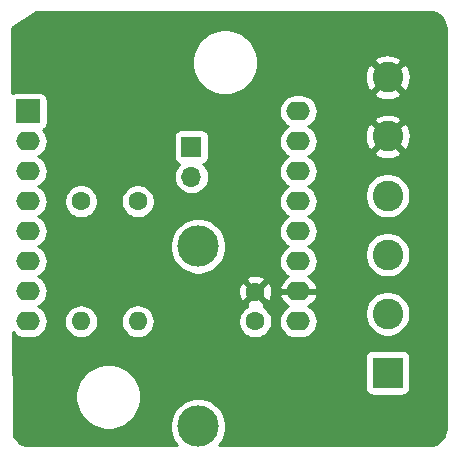
<source format=gbr>
G04 #@! TF.GenerationSoftware,KiCad,Pcbnew,(5.1.2)-2*
G04 #@! TF.CreationDate,2020-12-01T22:27:08-06:00*
G04 #@! TF.ProjectId,TempMonitor10PCB,54656d70-4d6f-46e6-9974-6f7231305043,rev?*
G04 #@! TF.SameCoordinates,Original*
G04 #@! TF.FileFunction,Copper,L2,Bot*
G04 #@! TF.FilePolarity,Positive*
%FSLAX46Y46*%
G04 Gerber Fmt 4.6, Leading zero omitted, Abs format (unit mm)*
G04 Created by KiCad (PCBNEW (5.1.2)-2) date 2020-12-01 22:27:08*
%MOMM*%
%LPD*%
G04 APERTURE LIST*
%ADD10O,1.600000X1.600000*%
%ADD11C,1.600000*%
%ADD12C,2.600000*%
%ADD13R,2.600000X2.600000*%
%ADD14C,3.500000*%
%ADD15O,1.700000X1.700000*%
%ADD16R,1.700000X1.700000*%
%ADD17O,2.000000X1.600000*%
%ADD18R,2.000000X2.000000*%
%ADD19C,0.254000*%
G04 APERTURE END LIST*
D10*
X61264800Y-76860400D03*
D11*
X61264800Y-66700400D03*
D12*
X82423000Y-56203800D03*
X82423000Y-61203800D03*
X82423000Y-66203800D03*
X82423000Y-71203800D03*
X82423000Y-76203800D03*
D13*
X82423000Y-81203800D03*
D14*
X66395600Y-70510400D03*
X66395600Y-85750400D03*
D15*
X65811400Y-64617600D03*
D16*
X65811400Y-62077600D03*
D10*
X56464200Y-76860400D03*
D11*
X56464200Y-66700400D03*
D17*
X74853800Y-59080400D03*
X74853800Y-61620400D03*
X74853800Y-64160400D03*
X74853800Y-66700400D03*
X74853800Y-69240400D03*
X74853800Y-71780400D03*
X74853800Y-74320400D03*
X74853800Y-76860400D03*
X51993800Y-76860400D03*
X51993800Y-74320400D03*
X51993800Y-71780400D03*
X51993800Y-69240400D03*
X51993800Y-66700400D03*
X51993800Y-64160400D03*
D18*
X51993800Y-59080400D03*
D17*
X51993800Y-61620400D03*
D11*
X71221600Y-74360400D03*
X71221600Y-76860400D03*
D19*
G36*
X86259659Y-50688625D02*
G01*
X86509429Y-50764035D01*
X86739792Y-50886522D01*
X86941980Y-51051422D01*
X87108286Y-51252450D01*
X87232378Y-51481954D01*
X87309531Y-51731195D01*
X87340000Y-52021089D01*
X87340001Y-85967711D01*
X87311375Y-86259660D01*
X87235965Y-86509429D01*
X87171977Y-86629773D01*
X86612885Y-87181099D01*
X86518046Y-87232378D01*
X86268805Y-87309531D01*
X85978911Y-87340000D01*
X68178899Y-87340000D01*
X68248150Y-87270749D01*
X68509160Y-86880121D01*
X68688946Y-86446079D01*
X68780600Y-85985302D01*
X68780600Y-85515498D01*
X68688946Y-85054721D01*
X68509160Y-84620679D01*
X68248150Y-84230051D01*
X67915949Y-83897850D01*
X67525321Y-83636840D01*
X67091279Y-83457054D01*
X66630502Y-83365400D01*
X66160698Y-83365400D01*
X65699921Y-83457054D01*
X65265879Y-83636840D01*
X64875251Y-83897850D01*
X64543050Y-84230051D01*
X64282040Y-84620679D01*
X64102254Y-85054721D01*
X64010600Y-85515498D01*
X64010600Y-85985302D01*
X64102254Y-86446079D01*
X64282040Y-86880121D01*
X64543050Y-87270749D01*
X64612301Y-87340000D01*
X52032279Y-87340000D01*
X51740340Y-87311375D01*
X51490571Y-87235965D01*
X51260206Y-87113477D01*
X51188312Y-87054842D01*
X50799478Y-86568799D01*
X50757133Y-82961501D01*
X55990600Y-82961501D01*
X55990600Y-83510099D01*
X56097626Y-84048154D01*
X56307565Y-84554992D01*
X56612350Y-85011134D01*
X57000266Y-85399050D01*
X57456408Y-85703835D01*
X57963246Y-85913774D01*
X58501301Y-86020800D01*
X59049899Y-86020800D01*
X59587954Y-85913774D01*
X60094792Y-85703835D01*
X60550934Y-85399050D01*
X60938850Y-85011134D01*
X61243635Y-84554992D01*
X61453574Y-84048154D01*
X61560600Y-83510099D01*
X61560600Y-82961501D01*
X61453574Y-82423446D01*
X61243635Y-81916608D01*
X60938850Y-81460466D01*
X60550934Y-81072550D01*
X60094792Y-80767765D01*
X59587954Y-80557826D01*
X59049899Y-80450800D01*
X58501301Y-80450800D01*
X57963246Y-80557826D01*
X57456408Y-80767765D01*
X57000266Y-81072550D01*
X56612350Y-81460466D01*
X56307565Y-81916608D01*
X56097626Y-82423446D01*
X55990600Y-82961501D01*
X50757133Y-82961501D01*
X50721240Y-79903800D01*
X80484928Y-79903800D01*
X80484928Y-82503800D01*
X80497188Y-82628282D01*
X80533498Y-82747980D01*
X80592463Y-82858294D01*
X80671815Y-82954985D01*
X80768506Y-83034337D01*
X80878820Y-83093302D01*
X80998518Y-83129612D01*
X81123000Y-83141872D01*
X83723000Y-83141872D01*
X83847482Y-83129612D01*
X83967180Y-83093302D01*
X84077494Y-83034337D01*
X84174185Y-82954985D01*
X84253537Y-82858294D01*
X84312502Y-82747980D01*
X84348812Y-82628282D01*
X84361072Y-82503800D01*
X84361072Y-79903800D01*
X84348812Y-79779318D01*
X84312502Y-79659620D01*
X84253537Y-79549306D01*
X84174185Y-79452615D01*
X84077494Y-79373263D01*
X83967180Y-79314298D01*
X83847482Y-79277988D01*
X83723000Y-79265728D01*
X81123000Y-79265728D01*
X80998518Y-79277988D01*
X80878820Y-79314298D01*
X80768506Y-79373263D01*
X80671815Y-79452615D01*
X80592463Y-79549306D01*
X80533498Y-79659620D01*
X80497188Y-79779318D01*
X80484928Y-79903800D01*
X50721240Y-79903800D01*
X50696369Y-77785180D01*
X50774192Y-77880008D01*
X50992699Y-78059332D01*
X51241992Y-78192582D01*
X51512491Y-78274636D01*
X51723308Y-78295400D01*
X52264292Y-78295400D01*
X52475109Y-78274636D01*
X52745608Y-78192582D01*
X52994901Y-78059332D01*
X53213408Y-77880008D01*
X53392732Y-77661501D01*
X53525982Y-77412208D01*
X53608036Y-77141709D01*
X53635743Y-76860400D01*
X55022257Y-76860400D01*
X55049964Y-77141709D01*
X55132018Y-77412208D01*
X55265268Y-77661501D01*
X55444592Y-77880008D01*
X55663099Y-78059332D01*
X55912392Y-78192582D01*
X56182891Y-78274636D01*
X56393708Y-78295400D01*
X56534692Y-78295400D01*
X56745509Y-78274636D01*
X57016008Y-78192582D01*
X57265301Y-78059332D01*
X57483808Y-77880008D01*
X57663132Y-77661501D01*
X57796382Y-77412208D01*
X57878436Y-77141709D01*
X57906143Y-76860400D01*
X59822857Y-76860400D01*
X59850564Y-77141709D01*
X59932618Y-77412208D01*
X60065868Y-77661501D01*
X60245192Y-77880008D01*
X60463699Y-78059332D01*
X60712992Y-78192582D01*
X60983491Y-78274636D01*
X61194308Y-78295400D01*
X61335292Y-78295400D01*
X61546109Y-78274636D01*
X61816608Y-78192582D01*
X62065901Y-78059332D01*
X62284408Y-77880008D01*
X62463732Y-77661501D01*
X62596982Y-77412208D01*
X62679036Y-77141709D01*
X62706743Y-76860400D01*
X62692823Y-76719065D01*
X69786600Y-76719065D01*
X69786600Y-77001735D01*
X69841747Y-77278974D01*
X69949920Y-77540127D01*
X70106963Y-77775159D01*
X70306841Y-77975037D01*
X70541873Y-78132080D01*
X70803026Y-78240253D01*
X71080265Y-78295400D01*
X71362935Y-78295400D01*
X71640174Y-78240253D01*
X71901327Y-78132080D01*
X72136359Y-77975037D01*
X72336237Y-77775159D01*
X72493280Y-77540127D01*
X72601453Y-77278974D01*
X72656600Y-77001735D01*
X72656600Y-76860400D01*
X73211857Y-76860400D01*
X73239564Y-77141709D01*
X73321618Y-77412208D01*
X73454868Y-77661501D01*
X73634192Y-77880008D01*
X73852699Y-78059332D01*
X74101992Y-78192582D01*
X74372491Y-78274636D01*
X74583308Y-78295400D01*
X75124292Y-78295400D01*
X75335109Y-78274636D01*
X75605608Y-78192582D01*
X75854901Y-78059332D01*
X76073408Y-77880008D01*
X76252732Y-77661501D01*
X76385982Y-77412208D01*
X76468036Y-77141709D01*
X76495743Y-76860400D01*
X76468036Y-76579091D01*
X76385982Y-76308592D01*
X76252732Y-76059299D01*
X76214916Y-76013219D01*
X80488000Y-76013219D01*
X80488000Y-76394381D01*
X80562361Y-76768219D01*
X80708225Y-77120366D01*
X80919987Y-77437291D01*
X81189509Y-77706813D01*
X81506434Y-77918575D01*
X81858581Y-78064439D01*
X82232419Y-78138800D01*
X82613581Y-78138800D01*
X82987419Y-78064439D01*
X83339566Y-77918575D01*
X83656491Y-77706813D01*
X83926013Y-77437291D01*
X84137775Y-77120366D01*
X84283639Y-76768219D01*
X84358000Y-76394381D01*
X84358000Y-76013219D01*
X84283639Y-75639381D01*
X84137775Y-75287234D01*
X83926013Y-74970309D01*
X83656491Y-74700787D01*
X83339566Y-74489025D01*
X82987419Y-74343161D01*
X82613581Y-74268800D01*
X82232419Y-74268800D01*
X81858581Y-74343161D01*
X81506434Y-74489025D01*
X81189509Y-74700787D01*
X80919987Y-74970309D01*
X80708225Y-75287234D01*
X80562361Y-75639381D01*
X80488000Y-76013219D01*
X76214916Y-76013219D01*
X76073408Y-75840792D01*
X75854901Y-75661468D01*
X75725455Y-75592278D01*
X75743027Y-75584830D01*
X75976462Y-75426073D01*
X76174439Y-75224825D01*
X76329351Y-74988821D01*
X76435244Y-74727130D01*
X76445704Y-74669439D01*
X76323715Y-74447400D01*
X74980800Y-74447400D01*
X74980800Y-74467400D01*
X74726800Y-74467400D01*
X74726800Y-74447400D01*
X73383885Y-74447400D01*
X73261896Y-74669439D01*
X73272356Y-74727130D01*
X73378249Y-74988821D01*
X73533161Y-75224825D01*
X73731138Y-75426073D01*
X73964573Y-75584830D01*
X73982145Y-75592278D01*
X73852699Y-75661468D01*
X73634192Y-75840792D01*
X73454868Y-76059299D01*
X73321618Y-76308592D01*
X73239564Y-76579091D01*
X73211857Y-76860400D01*
X72656600Y-76860400D01*
X72656600Y-76719065D01*
X72601453Y-76441826D01*
X72493280Y-76180673D01*
X72336237Y-75945641D01*
X72136359Y-75745763D01*
X71935731Y-75611708D01*
X71963114Y-75597071D01*
X72034697Y-75353102D01*
X71221600Y-74540005D01*
X70408503Y-75353102D01*
X70480086Y-75597071D01*
X70508941Y-75610724D01*
X70306841Y-75745763D01*
X70106963Y-75945641D01*
X69949920Y-76180673D01*
X69841747Y-76441826D01*
X69786600Y-76719065D01*
X62692823Y-76719065D01*
X62679036Y-76579091D01*
X62596982Y-76308592D01*
X62463732Y-76059299D01*
X62284408Y-75840792D01*
X62065901Y-75661468D01*
X61816608Y-75528218D01*
X61546109Y-75446164D01*
X61335292Y-75425400D01*
X61194308Y-75425400D01*
X60983491Y-75446164D01*
X60712992Y-75528218D01*
X60463699Y-75661468D01*
X60245192Y-75840792D01*
X60065868Y-76059299D01*
X59932618Y-76308592D01*
X59850564Y-76579091D01*
X59822857Y-76860400D01*
X57906143Y-76860400D01*
X57878436Y-76579091D01*
X57796382Y-76308592D01*
X57663132Y-76059299D01*
X57483808Y-75840792D01*
X57265301Y-75661468D01*
X57016008Y-75528218D01*
X56745509Y-75446164D01*
X56534692Y-75425400D01*
X56393708Y-75425400D01*
X56182891Y-75446164D01*
X55912392Y-75528218D01*
X55663099Y-75661468D01*
X55444592Y-75840792D01*
X55265268Y-76059299D01*
X55132018Y-76308592D01*
X55049964Y-76579091D01*
X55022257Y-76860400D01*
X53635743Y-76860400D01*
X53608036Y-76579091D01*
X53525982Y-76308592D01*
X53392732Y-76059299D01*
X53213408Y-75840792D01*
X52994901Y-75661468D01*
X52861942Y-75590400D01*
X52994901Y-75519332D01*
X53213408Y-75340008D01*
X53392732Y-75121501D01*
X53525982Y-74872208D01*
X53608036Y-74601709D01*
X53624858Y-74430912D01*
X69781383Y-74430912D01*
X69822813Y-74710530D01*
X69917997Y-74976692D01*
X69984929Y-75101914D01*
X70228898Y-75173497D01*
X71041995Y-74360400D01*
X71401205Y-74360400D01*
X72214302Y-75173497D01*
X72458271Y-75101914D01*
X72579171Y-74846404D01*
X72647900Y-74572216D01*
X72661817Y-74289888D01*
X72620387Y-74010270D01*
X72525203Y-73744108D01*
X72458271Y-73618886D01*
X72214302Y-73547303D01*
X71401205Y-74360400D01*
X71041995Y-74360400D01*
X70228898Y-73547303D01*
X69984929Y-73618886D01*
X69864029Y-73874396D01*
X69795300Y-74148584D01*
X69781383Y-74430912D01*
X53624858Y-74430912D01*
X53635743Y-74320400D01*
X53608036Y-74039091D01*
X53525982Y-73768592D01*
X53392732Y-73519299D01*
X53268317Y-73367698D01*
X70408503Y-73367698D01*
X71221600Y-74180795D01*
X72034697Y-73367698D01*
X71963114Y-73123729D01*
X71707604Y-73002829D01*
X71433416Y-72934100D01*
X71151088Y-72920183D01*
X70871470Y-72961613D01*
X70605308Y-73056797D01*
X70480086Y-73123729D01*
X70408503Y-73367698D01*
X53268317Y-73367698D01*
X53213408Y-73300792D01*
X52994901Y-73121468D01*
X52861942Y-73050400D01*
X52994901Y-72979332D01*
X53213408Y-72800008D01*
X53392732Y-72581501D01*
X53525982Y-72332208D01*
X53608036Y-72061709D01*
X53635743Y-71780400D01*
X53608036Y-71499091D01*
X53525982Y-71228592D01*
X53392732Y-70979299D01*
X53213408Y-70760792D01*
X52994901Y-70581468D01*
X52861942Y-70510400D01*
X52994901Y-70439332D01*
X53194533Y-70275498D01*
X64010600Y-70275498D01*
X64010600Y-70745302D01*
X64102254Y-71206079D01*
X64282040Y-71640121D01*
X64543050Y-72030749D01*
X64875251Y-72362950D01*
X65265879Y-72623960D01*
X65699921Y-72803746D01*
X66160698Y-72895400D01*
X66630502Y-72895400D01*
X67091279Y-72803746D01*
X67525321Y-72623960D01*
X67915949Y-72362950D01*
X68248150Y-72030749D01*
X68509160Y-71640121D01*
X68688946Y-71206079D01*
X68780600Y-70745302D01*
X68780600Y-70275498D01*
X68688946Y-69814721D01*
X68509160Y-69380679D01*
X68248150Y-68990051D01*
X67915949Y-68657850D01*
X67525321Y-68396840D01*
X67091279Y-68217054D01*
X66630502Y-68125400D01*
X66160698Y-68125400D01*
X65699921Y-68217054D01*
X65265879Y-68396840D01*
X64875251Y-68657850D01*
X64543050Y-68990051D01*
X64282040Y-69380679D01*
X64102254Y-69814721D01*
X64010600Y-70275498D01*
X53194533Y-70275498D01*
X53213408Y-70260008D01*
X53392732Y-70041501D01*
X53525982Y-69792208D01*
X53608036Y-69521709D01*
X53635743Y-69240400D01*
X53608036Y-68959091D01*
X53525982Y-68688592D01*
X53392732Y-68439299D01*
X53213408Y-68220792D01*
X52994901Y-68041468D01*
X52861942Y-67970400D01*
X52994901Y-67899332D01*
X53213408Y-67720008D01*
X53392732Y-67501501D01*
X53525982Y-67252208D01*
X53608036Y-66981709D01*
X53635743Y-66700400D01*
X53621823Y-66559065D01*
X55029200Y-66559065D01*
X55029200Y-66841735D01*
X55084347Y-67118974D01*
X55192520Y-67380127D01*
X55349563Y-67615159D01*
X55549441Y-67815037D01*
X55784473Y-67972080D01*
X56045626Y-68080253D01*
X56322865Y-68135400D01*
X56605535Y-68135400D01*
X56882774Y-68080253D01*
X57143927Y-67972080D01*
X57378959Y-67815037D01*
X57578837Y-67615159D01*
X57735880Y-67380127D01*
X57844053Y-67118974D01*
X57899200Y-66841735D01*
X57899200Y-66559065D01*
X59829800Y-66559065D01*
X59829800Y-66841735D01*
X59884947Y-67118974D01*
X59993120Y-67380127D01*
X60150163Y-67615159D01*
X60350041Y-67815037D01*
X60585073Y-67972080D01*
X60846226Y-68080253D01*
X61123465Y-68135400D01*
X61406135Y-68135400D01*
X61683374Y-68080253D01*
X61944527Y-67972080D01*
X62179559Y-67815037D01*
X62379437Y-67615159D01*
X62536480Y-67380127D01*
X62644653Y-67118974D01*
X62699800Y-66841735D01*
X62699800Y-66559065D01*
X62644653Y-66281826D01*
X62536480Y-66020673D01*
X62379437Y-65785641D01*
X62179559Y-65585763D01*
X61944527Y-65428720D01*
X61683374Y-65320547D01*
X61406135Y-65265400D01*
X61123465Y-65265400D01*
X60846226Y-65320547D01*
X60585073Y-65428720D01*
X60350041Y-65585763D01*
X60150163Y-65785641D01*
X59993120Y-66020673D01*
X59884947Y-66281826D01*
X59829800Y-66559065D01*
X57899200Y-66559065D01*
X57844053Y-66281826D01*
X57735880Y-66020673D01*
X57578837Y-65785641D01*
X57378959Y-65585763D01*
X57143927Y-65428720D01*
X56882774Y-65320547D01*
X56605535Y-65265400D01*
X56322865Y-65265400D01*
X56045626Y-65320547D01*
X55784473Y-65428720D01*
X55549441Y-65585763D01*
X55349563Y-65785641D01*
X55192520Y-66020673D01*
X55084347Y-66281826D01*
X55029200Y-66559065D01*
X53621823Y-66559065D01*
X53608036Y-66419091D01*
X53525982Y-66148592D01*
X53392732Y-65899299D01*
X53213408Y-65680792D01*
X52994901Y-65501468D01*
X52861942Y-65430400D01*
X52994901Y-65359332D01*
X53213408Y-65180008D01*
X53392732Y-64961501D01*
X53525982Y-64712208D01*
X53554680Y-64617600D01*
X64319215Y-64617600D01*
X64347887Y-64908711D01*
X64432801Y-65188634D01*
X64570694Y-65446614D01*
X64756266Y-65672734D01*
X64982386Y-65858306D01*
X65240366Y-65996199D01*
X65520289Y-66081113D01*
X65738450Y-66102600D01*
X65884350Y-66102600D01*
X66102511Y-66081113D01*
X66382434Y-65996199D01*
X66640414Y-65858306D01*
X66866534Y-65672734D01*
X67052106Y-65446614D01*
X67189999Y-65188634D01*
X67274913Y-64908711D01*
X67303585Y-64617600D01*
X67274913Y-64326489D01*
X67189999Y-64046566D01*
X67052106Y-63788586D01*
X66866534Y-63562466D01*
X66836713Y-63537993D01*
X66905580Y-63517102D01*
X67015894Y-63458137D01*
X67112585Y-63378785D01*
X67191937Y-63282094D01*
X67250902Y-63171780D01*
X67287212Y-63052082D01*
X67299472Y-62927600D01*
X67299472Y-61227600D01*
X67287212Y-61103118D01*
X67250902Y-60983420D01*
X67191937Y-60873106D01*
X67112585Y-60776415D01*
X67015894Y-60697063D01*
X66905580Y-60638098D01*
X66785882Y-60601788D01*
X66661400Y-60589528D01*
X64961400Y-60589528D01*
X64836918Y-60601788D01*
X64717220Y-60638098D01*
X64606906Y-60697063D01*
X64510215Y-60776415D01*
X64430863Y-60873106D01*
X64371898Y-60983420D01*
X64335588Y-61103118D01*
X64323328Y-61227600D01*
X64323328Y-62927600D01*
X64335588Y-63052082D01*
X64371898Y-63171780D01*
X64430863Y-63282094D01*
X64510215Y-63378785D01*
X64606906Y-63458137D01*
X64717220Y-63517102D01*
X64786087Y-63537993D01*
X64756266Y-63562466D01*
X64570694Y-63788586D01*
X64432801Y-64046566D01*
X64347887Y-64326489D01*
X64319215Y-64617600D01*
X53554680Y-64617600D01*
X53608036Y-64441709D01*
X53635743Y-64160400D01*
X53608036Y-63879091D01*
X53525982Y-63608592D01*
X53392732Y-63359299D01*
X53213408Y-63140792D01*
X52994901Y-62961468D01*
X52861942Y-62890400D01*
X52994901Y-62819332D01*
X53213408Y-62640008D01*
X53392732Y-62421501D01*
X53525982Y-62172208D01*
X53608036Y-61901709D01*
X53635743Y-61620400D01*
X53608036Y-61339091D01*
X53525982Y-61068592D01*
X53392732Y-60819299D01*
X53260324Y-60657959D01*
X53348294Y-60610937D01*
X53444985Y-60531585D01*
X53524337Y-60434894D01*
X53583302Y-60324580D01*
X53619612Y-60204882D01*
X53631872Y-60080400D01*
X53631872Y-59080400D01*
X73211857Y-59080400D01*
X73239564Y-59361709D01*
X73321618Y-59632208D01*
X73454868Y-59881501D01*
X73634192Y-60100008D01*
X73852699Y-60279332D01*
X73985658Y-60350400D01*
X73852699Y-60421468D01*
X73634192Y-60600792D01*
X73454868Y-60819299D01*
X73321618Y-61068592D01*
X73239564Y-61339091D01*
X73211857Y-61620400D01*
X73239564Y-61901709D01*
X73321618Y-62172208D01*
X73454868Y-62421501D01*
X73634192Y-62640008D01*
X73852699Y-62819332D01*
X73985658Y-62890400D01*
X73852699Y-62961468D01*
X73634192Y-63140792D01*
X73454868Y-63359299D01*
X73321618Y-63608592D01*
X73239564Y-63879091D01*
X73211857Y-64160400D01*
X73239564Y-64441709D01*
X73321618Y-64712208D01*
X73454868Y-64961501D01*
X73634192Y-65180008D01*
X73852699Y-65359332D01*
X73985658Y-65430400D01*
X73852699Y-65501468D01*
X73634192Y-65680792D01*
X73454868Y-65899299D01*
X73321618Y-66148592D01*
X73239564Y-66419091D01*
X73211857Y-66700400D01*
X73239564Y-66981709D01*
X73321618Y-67252208D01*
X73454868Y-67501501D01*
X73634192Y-67720008D01*
X73852699Y-67899332D01*
X73985658Y-67970400D01*
X73852699Y-68041468D01*
X73634192Y-68220792D01*
X73454868Y-68439299D01*
X73321618Y-68688592D01*
X73239564Y-68959091D01*
X73211857Y-69240400D01*
X73239564Y-69521709D01*
X73321618Y-69792208D01*
X73454868Y-70041501D01*
X73634192Y-70260008D01*
X73852699Y-70439332D01*
X73985658Y-70510400D01*
X73852699Y-70581468D01*
X73634192Y-70760792D01*
X73454868Y-70979299D01*
X73321618Y-71228592D01*
X73239564Y-71499091D01*
X73211857Y-71780400D01*
X73239564Y-72061709D01*
X73321618Y-72332208D01*
X73454868Y-72581501D01*
X73634192Y-72800008D01*
X73852699Y-72979332D01*
X73982145Y-73048522D01*
X73964573Y-73055970D01*
X73731138Y-73214727D01*
X73533161Y-73415975D01*
X73378249Y-73651979D01*
X73272356Y-73913670D01*
X73261896Y-73971361D01*
X73383885Y-74193400D01*
X74726800Y-74193400D01*
X74726800Y-74173400D01*
X74980800Y-74173400D01*
X74980800Y-74193400D01*
X76323715Y-74193400D01*
X76445704Y-73971361D01*
X76435244Y-73913670D01*
X76329351Y-73651979D01*
X76174439Y-73415975D01*
X75976462Y-73214727D01*
X75743027Y-73055970D01*
X75725455Y-73048522D01*
X75854901Y-72979332D01*
X76073408Y-72800008D01*
X76252732Y-72581501D01*
X76385982Y-72332208D01*
X76468036Y-72061709D01*
X76495743Y-71780400D01*
X76468036Y-71499091D01*
X76385982Y-71228592D01*
X76270863Y-71013219D01*
X80488000Y-71013219D01*
X80488000Y-71394381D01*
X80562361Y-71768219D01*
X80708225Y-72120366D01*
X80919987Y-72437291D01*
X81189509Y-72706813D01*
X81506434Y-72918575D01*
X81858581Y-73064439D01*
X82232419Y-73138800D01*
X82613581Y-73138800D01*
X82987419Y-73064439D01*
X83339566Y-72918575D01*
X83656491Y-72706813D01*
X83926013Y-72437291D01*
X84137775Y-72120366D01*
X84283639Y-71768219D01*
X84358000Y-71394381D01*
X84358000Y-71013219D01*
X84283639Y-70639381D01*
X84137775Y-70287234D01*
X83926013Y-69970309D01*
X83656491Y-69700787D01*
X83339566Y-69489025D01*
X82987419Y-69343161D01*
X82613581Y-69268800D01*
X82232419Y-69268800D01*
X81858581Y-69343161D01*
X81506434Y-69489025D01*
X81189509Y-69700787D01*
X80919987Y-69970309D01*
X80708225Y-70287234D01*
X80562361Y-70639381D01*
X80488000Y-71013219D01*
X76270863Y-71013219D01*
X76252732Y-70979299D01*
X76073408Y-70760792D01*
X75854901Y-70581468D01*
X75721942Y-70510400D01*
X75854901Y-70439332D01*
X76073408Y-70260008D01*
X76252732Y-70041501D01*
X76385982Y-69792208D01*
X76468036Y-69521709D01*
X76495743Y-69240400D01*
X76468036Y-68959091D01*
X76385982Y-68688592D01*
X76252732Y-68439299D01*
X76073408Y-68220792D01*
X75854901Y-68041468D01*
X75721942Y-67970400D01*
X75854901Y-67899332D01*
X76073408Y-67720008D01*
X76252732Y-67501501D01*
X76385982Y-67252208D01*
X76468036Y-66981709D01*
X76495743Y-66700400D01*
X76468036Y-66419091D01*
X76385982Y-66148592D01*
X76313624Y-66013219D01*
X80488000Y-66013219D01*
X80488000Y-66394381D01*
X80562361Y-66768219D01*
X80708225Y-67120366D01*
X80919987Y-67437291D01*
X81189509Y-67706813D01*
X81506434Y-67918575D01*
X81858581Y-68064439D01*
X82232419Y-68138800D01*
X82613581Y-68138800D01*
X82987419Y-68064439D01*
X83339566Y-67918575D01*
X83656491Y-67706813D01*
X83926013Y-67437291D01*
X84137775Y-67120366D01*
X84283639Y-66768219D01*
X84358000Y-66394381D01*
X84358000Y-66013219D01*
X84283639Y-65639381D01*
X84137775Y-65287234D01*
X83926013Y-64970309D01*
X83656491Y-64700787D01*
X83339566Y-64489025D01*
X82987419Y-64343161D01*
X82613581Y-64268800D01*
X82232419Y-64268800D01*
X81858581Y-64343161D01*
X81506434Y-64489025D01*
X81189509Y-64700787D01*
X80919987Y-64970309D01*
X80708225Y-65287234D01*
X80562361Y-65639381D01*
X80488000Y-66013219D01*
X76313624Y-66013219D01*
X76252732Y-65899299D01*
X76073408Y-65680792D01*
X75854901Y-65501468D01*
X75721942Y-65430400D01*
X75854901Y-65359332D01*
X76073408Y-65180008D01*
X76252732Y-64961501D01*
X76385982Y-64712208D01*
X76468036Y-64441709D01*
X76495743Y-64160400D01*
X76468036Y-63879091D01*
X76385982Y-63608592D01*
X76252732Y-63359299D01*
X76073408Y-63140792D01*
X75854901Y-62961468D01*
X75721942Y-62890400D01*
X75854901Y-62819332D01*
X76073408Y-62640008D01*
X76144793Y-62553024D01*
X81253381Y-62553024D01*
X81385317Y-62848112D01*
X81726045Y-63018959D01*
X82093557Y-63120050D01*
X82473729Y-63147501D01*
X82851951Y-63100257D01*
X83213690Y-62980133D01*
X83460683Y-62848112D01*
X83592619Y-62553024D01*
X82423000Y-61383405D01*
X81253381Y-62553024D01*
X76144793Y-62553024D01*
X76252732Y-62421501D01*
X76385982Y-62172208D01*
X76468036Y-61901709D01*
X76495743Y-61620400D01*
X76468036Y-61339091D01*
X76442385Y-61254529D01*
X80479299Y-61254529D01*
X80526543Y-61632751D01*
X80646667Y-61994490D01*
X80778688Y-62241483D01*
X81073776Y-62373419D01*
X82243395Y-61203800D01*
X82602605Y-61203800D01*
X83772224Y-62373419D01*
X84067312Y-62241483D01*
X84238159Y-61900755D01*
X84339250Y-61533243D01*
X84366701Y-61153071D01*
X84319457Y-60774849D01*
X84199333Y-60413110D01*
X84067312Y-60166117D01*
X83772224Y-60034181D01*
X82602605Y-61203800D01*
X82243395Y-61203800D01*
X81073776Y-60034181D01*
X80778688Y-60166117D01*
X80607841Y-60506845D01*
X80506750Y-60874357D01*
X80479299Y-61254529D01*
X76442385Y-61254529D01*
X76385982Y-61068592D01*
X76252732Y-60819299D01*
X76073408Y-60600792D01*
X75854901Y-60421468D01*
X75721942Y-60350400D01*
X75854901Y-60279332D01*
X76073408Y-60100008D01*
X76252732Y-59881501D01*
X76267123Y-59854576D01*
X81253381Y-59854576D01*
X82423000Y-61024195D01*
X83592619Y-59854576D01*
X83460683Y-59559488D01*
X83119955Y-59388641D01*
X82752443Y-59287550D01*
X82372271Y-59260099D01*
X81994049Y-59307343D01*
X81632310Y-59427467D01*
X81385317Y-59559488D01*
X81253381Y-59854576D01*
X76267123Y-59854576D01*
X76385982Y-59632208D01*
X76468036Y-59361709D01*
X76495743Y-59080400D01*
X76468036Y-58799091D01*
X76385982Y-58528592D01*
X76252732Y-58279299D01*
X76073408Y-58060792D01*
X75854901Y-57881468D01*
X75605608Y-57748218D01*
X75335109Y-57666164D01*
X75124292Y-57645400D01*
X74583308Y-57645400D01*
X74372491Y-57666164D01*
X74101992Y-57748218D01*
X73852699Y-57881468D01*
X73634192Y-58060792D01*
X73454868Y-58279299D01*
X73321618Y-58528592D01*
X73239564Y-58799091D01*
X73211857Y-59080400D01*
X53631872Y-59080400D01*
X53631872Y-58080400D01*
X53619612Y-57955918D01*
X53583302Y-57836220D01*
X53524337Y-57725906D01*
X53444985Y-57629215D01*
X53348294Y-57549863D01*
X53237980Y-57490898D01*
X53118282Y-57454588D01*
X52993800Y-57442328D01*
X50993800Y-57442328D01*
X50869318Y-57454588D01*
X50749620Y-57490898D01*
X50660000Y-57538802D01*
X50660000Y-54640501D01*
X65871200Y-54640501D01*
X65871200Y-55189099D01*
X65978226Y-55727154D01*
X66188165Y-56233992D01*
X66492950Y-56690134D01*
X66880866Y-57078050D01*
X67337008Y-57382835D01*
X67843846Y-57592774D01*
X68381901Y-57699800D01*
X68930499Y-57699800D01*
X69468554Y-57592774D01*
X69564519Y-57553024D01*
X81253381Y-57553024D01*
X81385317Y-57848112D01*
X81726045Y-58018959D01*
X82093557Y-58120050D01*
X82473729Y-58147501D01*
X82851951Y-58100257D01*
X83213690Y-57980133D01*
X83460683Y-57848112D01*
X83592619Y-57553024D01*
X82423000Y-56383405D01*
X81253381Y-57553024D01*
X69564519Y-57553024D01*
X69975392Y-57382835D01*
X70431534Y-57078050D01*
X70819450Y-56690134D01*
X71110512Y-56254529D01*
X80479299Y-56254529D01*
X80526543Y-56632751D01*
X80646667Y-56994490D01*
X80778688Y-57241483D01*
X81073776Y-57373419D01*
X82243395Y-56203800D01*
X82602605Y-56203800D01*
X83772224Y-57373419D01*
X84067312Y-57241483D01*
X84238159Y-56900755D01*
X84339250Y-56533243D01*
X84366701Y-56153071D01*
X84319457Y-55774849D01*
X84199333Y-55413110D01*
X84067312Y-55166117D01*
X83772224Y-55034181D01*
X82602605Y-56203800D01*
X82243395Y-56203800D01*
X81073776Y-55034181D01*
X80778688Y-55166117D01*
X80607841Y-55506845D01*
X80506750Y-55874357D01*
X80479299Y-56254529D01*
X71110512Y-56254529D01*
X71124235Y-56233992D01*
X71334174Y-55727154D01*
X71441200Y-55189099D01*
X71441200Y-54854576D01*
X81253381Y-54854576D01*
X82423000Y-56024195D01*
X83592619Y-54854576D01*
X83460683Y-54559488D01*
X83119955Y-54388641D01*
X82752443Y-54287550D01*
X82372271Y-54260099D01*
X81994049Y-54307343D01*
X81632310Y-54427467D01*
X81385317Y-54559488D01*
X81253381Y-54854576D01*
X71441200Y-54854576D01*
X71441200Y-54640501D01*
X71334174Y-54102446D01*
X71124235Y-53595608D01*
X70819450Y-53139466D01*
X70431534Y-52751550D01*
X69975392Y-52446765D01*
X69468554Y-52236826D01*
X68930499Y-52129800D01*
X68381901Y-52129800D01*
X67843846Y-52236826D01*
X67337008Y-52446765D01*
X66880866Y-52751550D01*
X66492950Y-53139466D01*
X66188165Y-53595608D01*
X65978226Y-54102446D01*
X65871200Y-54640501D01*
X50660000Y-54640501D01*
X50660000Y-52032279D01*
X50673694Y-51892616D01*
X52678750Y-50660000D01*
X85967721Y-50660000D01*
X86259659Y-50688625D01*
X86259659Y-50688625D01*
G37*
X86259659Y-50688625D02*
X86509429Y-50764035D01*
X86739792Y-50886522D01*
X86941980Y-51051422D01*
X87108286Y-51252450D01*
X87232378Y-51481954D01*
X87309531Y-51731195D01*
X87340000Y-52021089D01*
X87340001Y-85967711D01*
X87311375Y-86259660D01*
X87235965Y-86509429D01*
X87171977Y-86629773D01*
X86612885Y-87181099D01*
X86518046Y-87232378D01*
X86268805Y-87309531D01*
X85978911Y-87340000D01*
X68178899Y-87340000D01*
X68248150Y-87270749D01*
X68509160Y-86880121D01*
X68688946Y-86446079D01*
X68780600Y-85985302D01*
X68780600Y-85515498D01*
X68688946Y-85054721D01*
X68509160Y-84620679D01*
X68248150Y-84230051D01*
X67915949Y-83897850D01*
X67525321Y-83636840D01*
X67091279Y-83457054D01*
X66630502Y-83365400D01*
X66160698Y-83365400D01*
X65699921Y-83457054D01*
X65265879Y-83636840D01*
X64875251Y-83897850D01*
X64543050Y-84230051D01*
X64282040Y-84620679D01*
X64102254Y-85054721D01*
X64010600Y-85515498D01*
X64010600Y-85985302D01*
X64102254Y-86446079D01*
X64282040Y-86880121D01*
X64543050Y-87270749D01*
X64612301Y-87340000D01*
X52032279Y-87340000D01*
X51740340Y-87311375D01*
X51490571Y-87235965D01*
X51260206Y-87113477D01*
X51188312Y-87054842D01*
X50799478Y-86568799D01*
X50757133Y-82961501D01*
X55990600Y-82961501D01*
X55990600Y-83510099D01*
X56097626Y-84048154D01*
X56307565Y-84554992D01*
X56612350Y-85011134D01*
X57000266Y-85399050D01*
X57456408Y-85703835D01*
X57963246Y-85913774D01*
X58501301Y-86020800D01*
X59049899Y-86020800D01*
X59587954Y-85913774D01*
X60094792Y-85703835D01*
X60550934Y-85399050D01*
X60938850Y-85011134D01*
X61243635Y-84554992D01*
X61453574Y-84048154D01*
X61560600Y-83510099D01*
X61560600Y-82961501D01*
X61453574Y-82423446D01*
X61243635Y-81916608D01*
X60938850Y-81460466D01*
X60550934Y-81072550D01*
X60094792Y-80767765D01*
X59587954Y-80557826D01*
X59049899Y-80450800D01*
X58501301Y-80450800D01*
X57963246Y-80557826D01*
X57456408Y-80767765D01*
X57000266Y-81072550D01*
X56612350Y-81460466D01*
X56307565Y-81916608D01*
X56097626Y-82423446D01*
X55990600Y-82961501D01*
X50757133Y-82961501D01*
X50721240Y-79903800D01*
X80484928Y-79903800D01*
X80484928Y-82503800D01*
X80497188Y-82628282D01*
X80533498Y-82747980D01*
X80592463Y-82858294D01*
X80671815Y-82954985D01*
X80768506Y-83034337D01*
X80878820Y-83093302D01*
X80998518Y-83129612D01*
X81123000Y-83141872D01*
X83723000Y-83141872D01*
X83847482Y-83129612D01*
X83967180Y-83093302D01*
X84077494Y-83034337D01*
X84174185Y-82954985D01*
X84253537Y-82858294D01*
X84312502Y-82747980D01*
X84348812Y-82628282D01*
X84361072Y-82503800D01*
X84361072Y-79903800D01*
X84348812Y-79779318D01*
X84312502Y-79659620D01*
X84253537Y-79549306D01*
X84174185Y-79452615D01*
X84077494Y-79373263D01*
X83967180Y-79314298D01*
X83847482Y-79277988D01*
X83723000Y-79265728D01*
X81123000Y-79265728D01*
X80998518Y-79277988D01*
X80878820Y-79314298D01*
X80768506Y-79373263D01*
X80671815Y-79452615D01*
X80592463Y-79549306D01*
X80533498Y-79659620D01*
X80497188Y-79779318D01*
X80484928Y-79903800D01*
X50721240Y-79903800D01*
X50696369Y-77785180D01*
X50774192Y-77880008D01*
X50992699Y-78059332D01*
X51241992Y-78192582D01*
X51512491Y-78274636D01*
X51723308Y-78295400D01*
X52264292Y-78295400D01*
X52475109Y-78274636D01*
X52745608Y-78192582D01*
X52994901Y-78059332D01*
X53213408Y-77880008D01*
X53392732Y-77661501D01*
X53525982Y-77412208D01*
X53608036Y-77141709D01*
X53635743Y-76860400D01*
X55022257Y-76860400D01*
X55049964Y-77141709D01*
X55132018Y-77412208D01*
X55265268Y-77661501D01*
X55444592Y-77880008D01*
X55663099Y-78059332D01*
X55912392Y-78192582D01*
X56182891Y-78274636D01*
X56393708Y-78295400D01*
X56534692Y-78295400D01*
X56745509Y-78274636D01*
X57016008Y-78192582D01*
X57265301Y-78059332D01*
X57483808Y-77880008D01*
X57663132Y-77661501D01*
X57796382Y-77412208D01*
X57878436Y-77141709D01*
X57906143Y-76860400D01*
X59822857Y-76860400D01*
X59850564Y-77141709D01*
X59932618Y-77412208D01*
X60065868Y-77661501D01*
X60245192Y-77880008D01*
X60463699Y-78059332D01*
X60712992Y-78192582D01*
X60983491Y-78274636D01*
X61194308Y-78295400D01*
X61335292Y-78295400D01*
X61546109Y-78274636D01*
X61816608Y-78192582D01*
X62065901Y-78059332D01*
X62284408Y-77880008D01*
X62463732Y-77661501D01*
X62596982Y-77412208D01*
X62679036Y-77141709D01*
X62706743Y-76860400D01*
X62692823Y-76719065D01*
X69786600Y-76719065D01*
X69786600Y-77001735D01*
X69841747Y-77278974D01*
X69949920Y-77540127D01*
X70106963Y-77775159D01*
X70306841Y-77975037D01*
X70541873Y-78132080D01*
X70803026Y-78240253D01*
X71080265Y-78295400D01*
X71362935Y-78295400D01*
X71640174Y-78240253D01*
X71901327Y-78132080D01*
X72136359Y-77975037D01*
X72336237Y-77775159D01*
X72493280Y-77540127D01*
X72601453Y-77278974D01*
X72656600Y-77001735D01*
X72656600Y-76860400D01*
X73211857Y-76860400D01*
X73239564Y-77141709D01*
X73321618Y-77412208D01*
X73454868Y-77661501D01*
X73634192Y-77880008D01*
X73852699Y-78059332D01*
X74101992Y-78192582D01*
X74372491Y-78274636D01*
X74583308Y-78295400D01*
X75124292Y-78295400D01*
X75335109Y-78274636D01*
X75605608Y-78192582D01*
X75854901Y-78059332D01*
X76073408Y-77880008D01*
X76252732Y-77661501D01*
X76385982Y-77412208D01*
X76468036Y-77141709D01*
X76495743Y-76860400D01*
X76468036Y-76579091D01*
X76385982Y-76308592D01*
X76252732Y-76059299D01*
X76214916Y-76013219D01*
X80488000Y-76013219D01*
X80488000Y-76394381D01*
X80562361Y-76768219D01*
X80708225Y-77120366D01*
X80919987Y-77437291D01*
X81189509Y-77706813D01*
X81506434Y-77918575D01*
X81858581Y-78064439D01*
X82232419Y-78138800D01*
X82613581Y-78138800D01*
X82987419Y-78064439D01*
X83339566Y-77918575D01*
X83656491Y-77706813D01*
X83926013Y-77437291D01*
X84137775Y-77120366D01*
X84283639Y-76768219D01*
X84358000Y-76394381D01*
X84358000Y-76013219D01*
X84283639Y-75639381D01*
X84137775Y-75287234D01*
X83926013Y-74970309D01*
X83656491Y-74700787D01*
X83339566Y-74489025D01*
X82987419Y-74343161D01*
X82613581Y-74268800D01*
X82232419Y-74268800D01*
X81858581Y-74343161D01*
X81506434Y-74489025D01*
X81189509Y-74700787D01*
X80919987Y-74970309D01*
X80708225Y-75287234D01*
X80562361Y-75639381D01*
X80488000Y-76013219D01*
X76214916Y-76013219D01*
X76073408Y-75840792D01*
X75854901Y-75661468D01*
X75725455Y-75592278D01*
X75743027Y-75584830D01*
X75976462Y-75426073D01*
X76174439Y-75224825D01*
X76329351Y-74988821D01*
X76435244Y-74727130D01*
X76445704Y-74669439D01*
X76323715Y-74447400D01*
X74980800Y-74447400D01*
X74980800Y-74467400D01*
X74726800Y-74467400D01*
X74726800Y-74447400D01*
X73383885Y-74447400D01*
X73261896Y-74669439D01*
X73272356Y-74727130D01*
X73378249Y-74988821D01*
X73533161Y-75224825D01*
X73731138Y-75426073D01*
X73964573Y-75584830D01*
X73982145Y-75592278D01*
X73852699Y-75661468D01*
X73634192Y-75840792D01*
X73454868Y-76059299D01*
X73321618Y-76308592D01*
X73239564Y-76579091D01*
X73211857Y-76860400D01*
X72656600Y-76860400D01*
X72656600Y-76719065D01*
X72601453Y-76441826D01*
X72493280Y-76180673D01*
X72336237Y-75945641D01*
X72136359Y-75745763D01*
X71935731Y-75611708D01*
X71963114Y-75597071D01*
X72034697Y-75353102D01*
X71221600Y-74540005D01*
X70408503Y-75353102D01*
X70480086Y-75597071D01*
X70508941Y-75610724D01*
X70306841Y-75745763D01*
X70106963Y-75945641D01*
X69949920Y-76180673D01*
X69841747Y-76441826D01*
X69786600Y-76719065D01*
X62692823Y-76719065D01*
X62679036Y-76579091D01*
X62596982Y-76308592D01*
X62463732Y-76059299D01*
X62284408Y-75840792D01*
X62065901Y-75661468D01*
X61816608Y-75528218D01*
X61546109Y-75446164D01*
X61335292Y-75425400D01*
X61194308Y-75425400D01*
X60983491Y-75446164D01*
X60712992Y-75528218D01*
X60463699Y-75661468D01*
X60245192Y-75840792D01*
X60065868Y-76059299D01*
X59932618Y-76308592D01*
X59850564Y-76579091D01*
X59822857Y-76860400D01*
X57906143Y-76860400D01*
X57878436Y-76579091D01*
X57796382Y-76308592D01*
X57663132Y-76059299D01*
X57483808Y-75840792D01*
X57265301Y-75661468D01*
X57016008Y-75528218D01*
X56745509Y-75446164D01*
X56534692Y-75425400D01*
X56393708Y-75425400D01*
X56182891Y-75446164D01*
X55912392Y-75528218D01*
X55663099Y-75661468D01*
X55444592Y-75840792D01*
X55265268Y-76059299D01*
X55132018Y-76308592D01*
X55049964Y-76579091D01*
X55022257Y-76860400D01*
X53635743Y-76860400D01*
X53608036Y-76579091D01*
X53525982Y-76308592D01*
X53392732Y-76059299D01*
X53213408Y-75840792D01*
X52994901Y-75661468D01*
X52861942Y-75590400D01*
X52994901Y-75519332D01*
X53213408Y-75340008D01*
X53392732Y-75121501D01*
X53525982Y-74872208D01*
X53608036Y-74601709D01*
X53624858Y-74430912D01*
X69781383Y-74430912D01*
X69822813Y-74710530D01*
X69917997Y-74976692D01*
X69984929Y-75101914D01*
X70228898Y-75173497D01*
X71041995Y-74360400D01*
X71401205Y-74360400D01*
X72214302Y-75173497D01*
X72458271Y-75101914D01*
X72579171Y-74846404D01*
X72647900Y-74572216D01*
X72661817Y-74289888D01*
X72620387Y-74010270D01*
X72525203Y-73744108D01*
X72458271Y-73618886D01*
X72214302Y-73547303D01*
X71401205Y-74360400D01*
X71041995Y-74360400D01*
X70228898Y-73547303D01*
X69984929Y-73618886D01*
X69864029Y-73874396D01*
X69795300Y-74148584D01*
X69781383Y-74430912D01*
X53624858Y-74430912D01*
X53635743Y-74320400D01*
X53608036Y-74039091D01*
X53525982Y-73768592D01*
X53392732Y-73519299D01*
X53268317Y-73367698D01*
X70408503Y-73367698D01*
X71221600Y-74180795D01*
X72034697Y-73367698D01*
X71963114Y-73123729D01*
X71707604Y-73002829D01*
X71433416Y-72934100D01*
X71151088Y-72920183D01*
X70871470Y-72961613D01*
X70605308Y-73056797D01*
X70480086Y-73123729D01*
X70408503Y-73367698D01*
X53268317Y-73367698D01*
X53213408Y-73300792D01*
X52994901Y-73121468D01*
X52861942Y-73050400D01*
X52994901Y-72979332D01*
X53213408Y-72800008D01*
X53392732Y-72581501D01*
X53525982Y-72332208D01*
X53608036Y-72061709D01*
X53635743Y-71780400D01*
X53608036Y-71499091D01*
X53525982Y-71228592D01*
X53392732Y-70979299D01*
X53213408Y-70760792D01*
X52994901Y-70581468D01*
X52861942Y-70510400D01*
X52994901Y-70439332D01*
X53194533Y-70275498D01*
X64010600Y-70275498D01*
X64010600Y-70745302D01*
X64102254Y-71206079D01*
X64282040Y-71640121D01*
X64543050Y-72030749D01*
X64875251Y-72362950D01*
X65265879Y-72623960D01*
X65699921Y-72803746D01*
X66160698Y-72895400D01*
X66630502Y-72895400D01*
X67091279Y-72803746D01*
X67525321Y-72623960D01*
X67915949Y-72362950D01*
X68248150Y-72030749D01*
X68509160Y-71640121D01*
X68688946Y-71206079D01*
X68780600Y-70745302D01*
X68780600Y-70275498D01*
X68688946Y-69814721D01*
X68509160Y-69380679D01*
X68248150Y-68990051D01*
X67915949Y-68657850D01*
X67525321Y-68396840D01*
X67091279Y-68217054D01*
X66630502Y-68125400D01*
X66160698Y-68125400D01*
X65699921Y-68217054D01*
X65265879Y-68396840D01*
X64875251Y-68657850D01*
X64543050Y-68990051D01*
X64282040Y-69380679D01*
X64102254Y-69814721D01*
X64010600Y-70275498D01*
X53194533Y-70275498D01*
X53213408Y-70260008D01*
X53392732Y-70041501D01*
X53525982Y-69792208D01*
X53608036Y-69521709D01*
X53635743Y-69240400D01*
X53608036Y-68959091D01*
X53525982Y-68688592D01*
X53392732Y-68439299D01*
X53213408Y-68220792D01*
X52994901Y-68041468D01*
X52861942Y-67970400D01*
X52994901Y-67899332D01*
X53213408Y-67720008D01*
X53392732Y-67501501D01*
X53525982Y-67252208D01*
X53608036Y-66981709D01*
X53635743Y-66700400D01*
X53621823Y-66559065D01*
X55029200Y-66559065D01*
X55029200Y-66841735D01*
X55084347Y-67118974D01*
X55192520Y-67380127D01*
X55349563Y-67615159D01*
X55549441Y-67815037D01*
X55784473Y-67972080D01*
X56045626Y-68080253D01*
X56322865Y-68135400D01*
X56605535Y-68135400D01*
X56882774Y-68080253D01*
X57143927Y-67972080D01*
X57378959Y-67815037D01*
X57578837Y-67615159D01*
X57735880Y-67380127D01*
X57844053Y-67118974D01*
X57899200Y-66841735D01*
X57899200Y-66559065D01*
X59829800Y-66559065D01*
X59829800Y-66841735D01*
X59884947Y-67118974D01*
X59993120Y-67380127D01*
X60150163Y-67615159D01*
X60350041Y-67815037D01*
X60585073Y-67972080D01*
X60846226Y-68080253D01*
X61123465Y-68135400D01*
X61406135Y-68135400D01*
X61683374Y-68080253D01*
X61944527Y-67972080D01*
X62179559Y-67815037D01*
X62379437Y-67615159D01*
X62536480Y-67380127D01*
X62644653Y-67118974D01*
X62699800Y-66841735D01*
X62699800Y-66559065D01*
X62644653Y-66281826D01*
X62536480Y-66020673D01*
X62379437Y-65785641D01*
X62179559Y-65585763D01*
X61944527Y-65428720D01*
X61683374Y-65320547D01*
X61406135Y-65265400D01*
X61123465Y-65265400D01*
X60846226Y-65320547D01*
X60585073Y-65428720D01*
X60350041Y-65585763D01*
X60150163Y-65785641D01*
X59993120Y-66020673D01*
X59884947Y-66281826D01*
X59829800Y-66559065D01*
X57899200Y-66559065D01*
X57844053Y-66281826D01*
X57735880Y-66020673D01*
X57578837Y-65785641D01*
X57378959Y-65585763D01*
X57143927Y-65428720D01*
X56882774Y-65320547D01*
X56605535Y-65265400D01*
X56322865Y-65265400D01*
X56045626Y-65320547D01*
X55784473Y-65428720D01*
X55549441Y-65585763D01*
X55349563Y-65785641D01*
X55192520Y-66020673D01*
X55084347Y-66281826D01*
X55029200Y-66559065D01*
X53621823Y-66559065D01*
X53608036Y-66419091D01*
X53525982Y-66148592D01*
X53392732Y-65899299D01*
X53213408Y-65680792D01*
X52994901Y-65501468D01*
X52861942Y-65430400D01*
X52994901Y-65359332D01*
X53213408Y-65180008D01*
X53392732Y-64961501D01*
X53525982Y-64712208D01*
X53554680Y-64617600D01*
X64319215Y-64617600D01*
X64347887Y-64908711D01*
X64432801Y-65188634D01*
X64570694Y-65446614D01*
X64756266Y-65672734D01*
X64982386Y-65858306D01*
X65240366Y-65996199D01*
X65520289Y-66081113D01*
X65738450Y-66102600D01*
X65884350Y-66102600D01*
X66102511Y-66081113D01*
X66382434Y-65996199D01*
X66640414Y-65858306D01*
X66866534Y-65672734D01*
X67052106Y-65446614D01*
X67189999Y-65188634D01*
X67274913Y-64908711D01*
X67303585Y-64617600D01*
X67274913Y-64326489D01*
X67189999Y-64046566D01*
X67052106Y-63788586D01*
X66866534Y-63562466D01*
X66836713Y-63537993D01*
X66905580Y-63517102D01*
X67015894Y-63458137D01*
X67112585Y-63378785D01*
X67191937Y-63282094D01*
X67250902Y-63171780D01*
X67287212Y-63052082D01*
X67299472Y-62927600D01*
X67299472Y-61227600D01*
X67287212Y-61103118D01*
X67250902Y-60983420D01*
X67191937Y-60873106D01*
X67112585Y-60776415D01*
X67015894Y-60697063D01*
X66905580Y-60638098D01*
X66785882Y-60601788D01*
X66661400Y-60589528D01*
X64961400Y-60589528D01*
X64836918Y-60601788D01*
X64717220Y-60638098D01*
X64606906Y-60697063D01*
X64510215Y-60776415D01*
X64430863Y-60873106D01*
X64371898Y-60983420D01*
X64335588Y-61103118D01*
X64323328Y-61227600D01*
X64323328Y-62927600D01*
X64335588Y-63052082D01*
X64371898Y-63171780D01*
X64430863Y-63282094D01*
X64510215Y-63378785D01*
X64606906Y-63458137D01*
X64717220Y-63517102D01*
X64786087Y-63537993D01*
X64756266Y-63562466D01*
X64570694Y-63788586D01*
X64432801Y-64046566D01*
X64347887Y-64326489D01*
X64319215Y-64617600D01*
X53554680Y-64617600D01*
X53608036Y-64441709D01*
X53635743Y-64160400D01*
X53608036Y-63879091D01*
X53525982Y-63608592D01*
X53392732Y-63359299D01*
X53213408Y-63140792D01*
X52994901Y-62961468D01*
X52861942Y-62890400D01*
X52994901Y-62819332D01*
X53213408Y-62640008D01*
X53392732Y-62421501D01*
X53525982Y-62172208D01*
X53608036Y-61901709D01*
X53635743Y-61620400D01*
X53608036Y-61339091D01*
X53525982Y-61068592D01*
X53392732Y-60819299D01*
X53260324Y-60657959D01*
X53348294Y-60610937D01*
X53444985Y-60531585D01*
X53524337Y-60434894D01*
X53583302Y-60324580D01*
X53619612Y-60204882D01*
X53631872Y-60080400D01*
X53631872Y-59080400D01*
X73211857Y-59080400D01*
X73239564Y-59361709D01*
X73321618Y-59632208D01*
X73454868Y-59881501D01*
X73634192Y-60100008D01*
X73852699Y-60279332D01*
X73985658Y-60350400D01*
X73852699Y-60421468D01*
X73634192Y-60600792D01*
X73454868Y-60819299D01*
X73321618Y-61068592D01*
X73239564Y-61339091D01*
X73211857Y-61620400D01*
X73239564Y-61901709D01*
X73321618Y-62172208D01*
X73454868Y-62421501D01*
X73634192Y-62640008D01*
X73852699Y-62819332D01*
X73985658Y-62890400D01*
X73852699Y-62961468D01*
X73634192Y-63140792D01*
X73454868Y-63359299D01*
X73321618Y-63608592D01*
X73239564Y-63879091D01*
X73211857Y-64160400D01*
X73239564Y-64441709D01*
X73321618Y-64712208D01*
X73454868Y-64961501D01*
X73634192Y-65180008D01*
X73852699Y-65359332D01*
X73985658Y-65430400D01*
X73852699Y-65501468D01*
X73634192Y-65680792D01*
X73454868Y-65899299D01*
X73321618Y-66148592D01*
X73239564Y-66419091D01*
X73211857Y-66700400D01*
X73239564Y-66981709D01*
X73321618Y-67252208D01*
X73454868Y-67501501D01*
X73634192Y-67720008D01*
X73852699Y-67899332D01*
X73985658Y-67970400D01*
X73852699Y-68041468D01*
X73634192Y-68220792D01*
X73454868Y-68439299D01*
X73321618Y-68688592D01*
X73239564Y-68959091D01*
X73211857Y-69240400D01*
X73239564Y-69521709D01*
X73321618Y-69792208D01*
X73454868Y-70041501D01*
X73634192Y-70260008D01*
X73852699Y-70439332D01*
X73985658Y-70510400D01*
X73852699Y-70581468D01*
X73634192Y-70760792D01*
X73454868Y-70979299D01*
X73321618Y-71228592D01*
X73239564Y-71499091D01*
X73211857Y-71780400D01*
X73239564Y-72061709D01*
X73321618Y-72332208D01*
X73454868Y-72581501D01*
X73634192Y-72800008D01*
X73852699Y-72979332D01*
X73982145Y-73048522D01*
X73964573Y-73055970D01*
X73731138Y-73214727D01*
X73533161Y-73415975D01*
X73378249Y-73651979D01*
X73272356Y-73913670D01*
X73261896Y-73971361D01*
X73383885Y-74193400D01*
X74726800Y-74193400D01*
X74726800Y-74173400D01*
X74980800Y-74173400D01*
X74980800Y-74193400D01*
X76323715Y-74193400D01*
X76445704Y-73971361D01*
X76435244Y-73913670D01*
X76329351Y-73651979D01*
X76174439Y-73415975D01*
X75976462Y-73214727D01*
X75743027Y-73055970D01*
X75725455Y-73048522D01*
X75854901Y-72979332D01*
X76073408Y-72800008D01*
X76252732Y-72581501D01*
X76385982Y-72332208D01*
X76468036Y-72061709D01*
X76495743Y-71780400D01*
X76468036Y-71499091D01*
X76385982Y-71228592D01*
X76270863Y-71013219D01*
X80488000Y-71013219D01*
X80488000Y-71394381D01*
X80562361Y-71768219D01*
X80708225Y-72120366D01*
X80919987Y-72437291D01*
X81189509Y-72706813D01*
X81506434Y-72918575D01*
X81858581Y-73064439D01*
X82232419Y-73138800D01*
X82613581Y-73138800D01*
X82987419Y-73064439D01*
X83339566Y-72918575D01*
X83656491Y-72706813D01*
X83926013Y-72437291D01*
X84137775Y-72120366D01*
X84283639Y-71768219D01*
X84358000Y-71394381D01*
X84358000Y-71013219D01*
X84283639Y-70639381D01*
X84137775Y-70287234D01*
X83926013Y-69970309D01*
X83656491Y-69700787D01*
X83339566Y-69489025D01*
X82987419Y-69343161D01*
X82613581Y-69268800D01*
X82232419Y-69268800D01*
X81858581Y-69343161D01*
X81506434Y-69489025D01*
X81189509Y-69700787D01*
X80919987Y-69970309D01*
X80708225Y-70287234D01*
X80562361Y-70639381D01*
X80488000Y-71013219D01*
X76270863Y-71013219D01*
X76252732Y-70979299D01*
X76073408Y-70760792D01*
X75854901Y-70581468D01*
X75721942Y-70510400D01*
X75854901Y-70439332D01*
X76073408Y-70260008D01*
X76252732Y-70041501D01*
X76385982Y-69792208D01*
X76468036Y-69521709D01*
X76495743Y-69240400D01*
X76468036Y-68959091D01*
X76385982Y-68688592D01*
X76252732Y-68439299D01*
X76073408Y-68220792D01*
X75854901Y-68041468D01*
X75721942Y-67970400D01*
X75854901Y-67899332D01*
X76073408Y-67720008D01*
X76252732Y-67501501D01*
X76385982Y-67252208D01*
X76468036Y-66981709D01*
X76495743Y-66700400D01*
X76468036Y-66419091D01*
X76385982Y-66148592D01*
X76313624Y-66013219D01*
X80488000Y-66013219D01*
X80488000Y-66394381D01*
X80562361Y-66768219D01*
X80708225Y-67120366D01*
X80919987Y-67437291D01*
X81189509Y-67706813D01*
X81506434Y-67918575D01*
X81858581Y-68064439D01*
X82232419Y-68138800D01*
X82613581Y-68138800D01*
X82987419Y-68064439D01*
X83339566Y-67918575D01*
X83656491Y-67706813D01*
X83926013Y-67437291D01*
X84137775Y-67120366D01*
X84283639Y-66768219D01*
X84358000Y-66394381D01*
X84358000Y-66013219D01*
X84283639Y-65639381D01*
X84137775Y-65287234D01*
X83926013Y-64970309D01*
X83656491Y-64700787D01*
X83339566Y-64489025D01*
X82987419Y-64343161D01*
X82613581Y-64268800D01*
X82232419Y-64268800D01*
X81858581Y-64343161D01*
X81506434Y-64489025D01*
X81189509Y-64700787D01*
X80919987Y-64970309D01*
X80708225Y-65287234D01*
X80562361Y-65639381D01*
X80488000Y-66013219D01*
X76313624Y-66013219D01*
X76252732Y-65899299D01*
X76073408Y-65680792D01*
X75854901Y-65501468D01*
X75721942Y-65430400D01*
X75854901Y-65359332D01*
X76073408Y-65180008D01*
X76252732Y-64961501D01*
X76385982Y-64712208D01*
X76468036Y-64441709D01*
X76495743Y-64160400D01*
X76468036Y-63879091D01*
X76385982Y-63608592D01*
X76252732Y-63359299D01*
X76073408Y-63140792D01*
X75854901Y-62961468D01*
X75721942Y-62890400D01*
X75854901Y-62819332D01*
X76073408Y-62640008D01*
X76144793Y-62553024D01*
X81253381Y-62553024D01*
X81385317Y-62848112D01*
X81726045Y-63018959D01*
X82093557Y-63120050D01*
X82473729Y-63147501D01*
X82851951Y-63100257D01*
X83213690Y-62980133D01*
X83460683Y-62848112D01*
X83592619Y-62553024D01*
X82423000Y-61383405D01*
X81253381Y-62553024D01*
X76144793Y-62553024D01*
X76252732Y-62421501D01*
X76385982Y-62172208D01*
X76468036Y-61901709D01*
X76495743Y-61620400D01*
X76468036Y-61339091D01*
X76442385Y-61254529D01*
X80479299Y-61254529D01*
X80526543Y-61632751D01*
X80646667Y-61994490D01*
X80778688Y-62241483D01*
X81073776Y-62373419D01*
X82243395Y-61203800D01*
X82602605Y-61203800D01*
X83772224Y-62373419D01*
X84067312Y-62241483D01*
X84238159Y-61900755D01*
X84339250Y-61533243D01*
X84366701Y-61153071D01*
X84319457Y-60774849D01*
X84199333Y-60413110D01*
X84067312Y-60166117D01*
X83772224Y-60034181D01*
X82602605Y-61203800D01*
X82243395Y-61203800D01*
X81073776Y-60034181D01*
X80778688Y-60166117D01*
X80607841Y-60506845D01*
X80506750Y-60874357D01*
X80479299Y-61254529D01*
X76442385Y-61254529D01*
X76385982Y-61068592D01*
X76252732Y-60819299D01*
X76073408Y-60600792D01*
X75854901Y-60421468D01*
X75721942Y-60350400D01*
X75854901Y-60279332D01*
X76073408Y-60100008D01*
X76252732Y-59881501D01*
X76267123Y-59854576D01*
X81253381Y-59854576D01*
X82423000Y-61024195D01*
X83592619Y-59854576D01*
X83460683Y-59559488D01*
X83119955Y-59388641D01*
X82752443Y-59287550D01*
X82372271Y-59260099D01*
X81994049Y-59307343D01*
X81632310Y-59427467D01*
X81385317Y-59559488D01*
X81253381Y-59854576D01*
X76267123Y-59854576D01*
X76385982Y-59632208D01*
X76468036Y-59361709D01*
X76495743Y-59080400D01*
X76468036Y-58799091D01*
X76385982Y-58528592D01*
X76252732Y-58279299D01*
X76073408Y-58060792D01*
X75854901Y-57881468D01*
X75605608Y-57748218D01*
X75335109Y-57666164D01*
X75124292Y-57645400D01*
X74583308Y-57645400D01*
X74372491Y-57666164D01*
X74101992Y-57748218D01*
X73852699Y-57881468D01*
X73634192Y-58060792D01*
X73454868Y-58279299D01*
X73321618Y-58528592D01*
X73239564Y-58799091D01*
X73211857Y-59080400D01*
X53631872Y-59080400D01*
X53631872Y-58080400D01*
X53619612Y-57955918D01*
X53583302Y-57836220D01*
X53524337Y-57725906D01*
X53444985Y-57629215D01*
X53348294Y-57549863D01*
X53237980Y-57490898D01*
X53118282Y-57454588D01*
X52993800Y-57442328D01*
X50993800Y-57442328D01*
X50869318Y-57454588D01*
X50749620Y-57490898D01*
X50660000Y-57538802D01*
X50660000Y-54640501D01*
X65871200Y-54640501D01*
X65871200Y-55189099D01*
X65978226Y-55727154D01*
X66188165Y-56233992D01*
X66492950Y-56690134D01*
X66880866Y-57078050D01*
X67337008Y-57382835D01*
X67843846Y-57592774D01*
X68381901Y-57699800D01*
X68930499Y-57699800D01*
X69468554Y-57592774D01*
X69564519Y-57553024D01*
X81253381Y-57553024D01*
X81385317Y-57848112D01*
X81726045Y-58018959D01*
X82093557Y-58120050D01*
X82473729Y-58147501D01*
X82851951Y-58100257D01*
X83213690Y-57980133D01*
X83460683Y-57848112D01*
X83592619Y-57553024D01*
X82423000Y-56383405D01*
X81253381Y-57553024D01*
X69564519Y-57553024D01*
X69975392Y-57382835D01*
X70431534Y-57078050D01*
X70819450Y-56690134D01*
X71110512Y-56254529D01*
X80479299Y-56254529D01*
X80526543Y-56632751D01*
X80646667Y-56994490D01*
X80778688Y-57241483D01*
X81073776Y-57373419D01*
X82243395Y-56203800D01*
X82602605Y-56203800D01*
X83772224Y-57373419D01*
X84067312Y-57241483D01*
X84238159Y-56900755D01*
X84339250Y-56533243D01*
X84366701Y-56153071D01*
X84319457Y-55774849D01*
X84199333Y-55413110D01*
X84067312Y-55166117D01*
X83772224Y-55034181D01*
X82602605Y-56203800D01*
X82243395Y-56203800D01*
X81073776Y-55034181D01*
X80778688Y-55166117D01*
X80607841Y-55506845D01*
X80506750Y-55874357D01*
X80479299Y-56254529D01*
X71110512Y-56254529D01*
X71124235Y-56233992D01*
X71334174Y-55727154D01*
X71441200Y-55189099D01*
X71441200Y-54854576D01*
X81253381Y-54854576D01*
X82423000Y-56024195D01*
X83592619Y-54854576D01*
X83460683Y-54559488D01*
X83119955Y-54388641D01*
X82752443Y-54287550D01*
X82372271Y-54260099D01*
X81994049Y-54307343D01*
X81632310Y-54427467D01*
X81385317Y-54559488D01*
X81253381Y-54854576D01*
X71441200Y-54854576D01*
X71441200Y-54640501D01*
X71334174Y-54102446D01*
X71124235Y-53595608D01*
X70819450Y-53139466D01*
X70431534Y-52751550D01*
X69975392Y-52446765D01*
X69468554Y-52236826D01*
X68930499Y-52129800D01*
X68381901Y-52129800D01*
X67843846Y-52236826D01*
X67337008Y-52446765D01*
X66880866Y-52751550D01*
X66492950Y-53139466D01*
X66188165Y-53595608D01*
X65978226Y-54102446D01*
X65871200Y-54640501D01*
X50660000Y-54640501D01*
X50660000Y-52032279D01*
X50673694Y-51892616D01*
X52678750Y-50660000D01*
X85967721Y-50660000D01*
X86259659Y-50688625D01*
M02*

</source>
